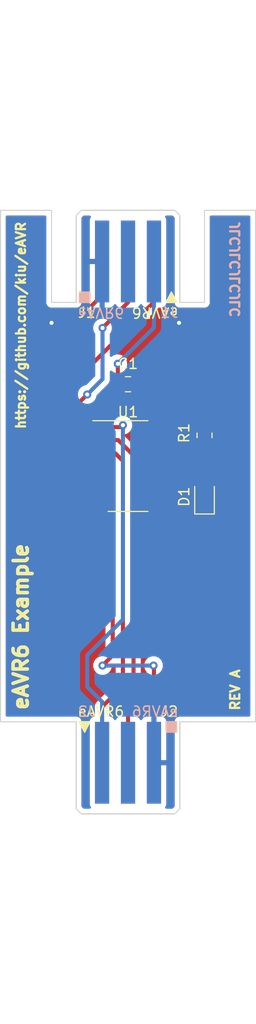
<source format=kicad_pcb>
(kicad_pcb (version 20211014) (generator pcbnew)
  (title_block (title "eAVR6 Example") (company "Nakamura Labs") (comment 1 "https://github.com/kiu/eAVR"))
  (layers (0 "F.Cu" signal) (31 "B.Cu" signal) (34 "B.Paste" user) (35 "F.Paste" user) (36 "B.SilkS" user "B.Silkscreen") (37 "F.SilkS" user "F.Silkscreen") (38 "B.Mask" user) (39 "F.Mask" user) (44 "Edge.Cuts" user))
  (net 0 "")
  (net 1 "+5V")
  (net 2 "GND")
  (net 3 "Net-(D1-Pad2)")
  (net 4 "Net-(J1-Pad1)")
  (net 5 "Net-(J1-Pad3)")
  (net 7 "Net-(J1-Pad5)")
  (net 8 "Net-(R1-Pad1)")
  (footprint "eAVR:eAVR6" (layer "F.Cu") (at 54 47 180)
    (fp_text reference "J1" (at 5 -10) (layer "F.SilkS") (effects (justify left)))
    (fp_text value "AVR-TPI-6" hide)
    (fp_text user "${REFERENCE}" (at -5 -10) (layer "B.SilkS") (effects (justify left mirror)))
    (fp_text user "eAVR6" (at 5 -10 180 unlocked) (layer "B.SilkS") (effects (justify left mirror)))
    (fp_text user "eAVR6" (at -5 -10 180 unlocked) (layer "F.SilkS") (effects (justify left)))
    (fp_rect (start 3.75 -9) (end 4.75 -8) (layer "B.SilkS") (width 0.15) (fill solid))
    (fp_poly (pts (xy -4.25 -8) (xy -3.75 -9) (xy -4.75 -9)) (layer "F.SilkS") (width 0.15) (fill solid))
    (fp_line (start -5.08 -9) (end -5.08 -0.5) (layer "Edge.Cuts") (width 0.12))
    (fp_line (start -4.58 0) (end 4.58 0) (layer "Edge.Cuts") (width 0.12))
    (fp_line (start 5.08 -0.5) (end 4.58 0) (layer "Edge.Cuts") (width 0.12))
    (fp_line (start 5.08 -9) (end 5.08 -0.5) (layer "Edge.Cuts") (width 0.12))
    (fp_line (start -5.08 -0.5) (end -4.58 0) (layer "Edge.Cuts") (width 0.12))
    (pad "1" connect rect (at -2.54 -5 180) (size 1.4 8) (layers "F.Cu" "F.Mask") (net 4 "Net-(J1-Pad1)"))
    (pad "2" connect rect (at -2.54 -5 180) (size 1.4 8) (layers "B.Cu" "B.Mask") (net 1 "+5V"))
    (pad "3" connect rect (at 0 -5 180) (size 1.4 8) (layers "F.Cu" "F.Mask") (net 5 "Net-(J1-Pad3)"))
    (pad "4" connect rect (at 0 -5 180) (size 1.4 8) (layers "B.Cu" "B.Mask"))
    (pad "5" connect rect (at 2.54 -5 180) (size 1.4 8) (layers "F.Cu" "F.Mask") (net 7 "Net-(J1-Pad5)"))
    (pad "6" connect rect (at 2.54 -5 180) (size 1.4 8) (layers "B.Cu" "B.Mask") (net 2 "GND"))
  )
  (footprint "eAVR:eAVR6" (layer "F.Cu") (at 54 106)
    (fp_text reference "J2" (at 5 -10) (layer "F.SilkS") (effects (justify right)))
    (fp_text value "AVR-TPI-6" hide)
    (fp_text user "${REFERENCE}" (at -5 -10) (layer "B.SilkS") (effects (justify right mirror)))
    (fp_text user "eAVR6" (at 5 -10 unlocked) (layer "B.SilkS") (effects (justify left mirror)))
    (fp_text user "eAVR6" (at -5 -10 unlocked) (layer "F.SilkS") (effects (justify left)))
    (fp_rect (start 3.75 -9) (end 4.75 -8) (layer "B.SilkS") (width 0.15) (fill solid))
    (fp_poly (pts (xy -4.25 -8) (xy -3.75 -9) (xy -4.75 -9)) (layer "F.SilkS") (width 0.15) (fill solid))
    (fp_line (start -5.08 -9) (end -5.08 -0.5) (layer "Edge.Cuts") (width 0.12))
    (fp_line (start 5.08 -9) (end 5.08 -0.5) (layer "Edge.Cuts") (width 0.12))
    (fp_line (start -5.08 -0.5) (end -4.58 0) (layer "Edge.Cuts") (width 0.12))
    (fp_line (start -4.58 0) (end 4.58 0) (layer "Edge.Cuts") (width 0.12))
    (fp_line (start 5.08 -0.5) (end 4.58 0) (layer "Edge.Cuts") (width 0.12))
    (pad "1" connect rect (at -2.54 -5) (size 1.4 8) (layers "F.Cu" "F.Mask") (net 4 "Net-(J1-Pad1)"))
    (pad "2" connect rect (at -2.54 -5) (size 1.4 8) (layers "B.Cu" "B.Mask") (net 1 "+5V"))
    (pad "3" connect rect (at 0 -5) (size 1.4 8) (layers "F.Cu" "F.Mask") (net 5 "Net-(J1-Pad3)"))
    (pad "4" connect rect (at 0 -5) (size 1.4 8) (layers "B.Cu" "B.Mask"))
    (pad "5" connect rect (at 2.54 -5) (size 1.4 8) (layers "F.Cu" "F.Mask") (net 7 "Net-(J1-Pad5)"))
    (pad "6" connect rect (at 2.54 -5) (size 1.4 8) (layers "B.Cu" "B.Mask") (net 2 "GND"))
  )
  (footprint "LED_SMD:LED_0805_2012Metric" (layer "F.Cu") (at 61.5 75 90)
    (fp_text reference "D1" (at 0 -2 90) (layer "F.SilkS"))
    (fp_text value "LED")
    (fp_line (start 1 -0.96) (end -1.685 -0.96) (layer "F.SilkS") (width 0.12))
    (fp_line (start -1.685 0.96) (end 1 0.96) (layer "F.SilkS") (width 0.12))
    (fp_line (start -1.685 -0.96) (end -1.685 0.96) (layer "F.SilkS") (width 0.12))
    (pad "1" smd roundrect locked (at -0.9375 0 90) (size 0.975 1.4) (layers "F.Cu" "F.Paste" "F.Mask") (net 2 "GND"))
    (pad "2" smd roundrect locked (at 0.9375 0 90) (size 0.975 1.4) (layers "F.Cu" "F.Paste" "F.Mask") (net 3 "Net-(D1-Pad2)"))
  )
  (footprint "Resistor_SMD:R_0805_2012Metric" (layer "F.Cu") (at 61.5 69 -90)
    (fp_text reference "R1" (at -0.227064 2 90) (layer "F.SilkS"))
    (fp_text value "R")
    (fp_line (start -0.227064 -0.735) (end 0.227064 -0.735) (layer "F.SilkS") (width 0.12))
    (fp_line (start -0.227064 0.735) (end 0.227064 0.735) (layer "F.SilkS") (width 0.12))
    (pad "1" smd roundrect locked (at -0.9125 0 270) (size 1.025 1.4) (layers "F.Cu" "F.Paste" "F.Mask") (roundrect_rratio 0.243902) (net 8 "Net-(R1-Pad1)"))
    (pad "2" smd roundrect locked (at 0.9125 0 270) (size 1.025 1.4) (layers "F.Cu" "F.Paste" "F.Mask") (roundrect_rratio 0.243902) (net 3 "Net-(D1-Pad2)"))
  )
  (footprint "Capacitor_SMD:C_0805_2012Metric" (layer "F.Cu") (at 54 64)
    (fp_text reference "C1" (at 0 -2) (layer "F.SilkS"))
    (fp_text value "100nF")
    (fp_line (start -0.261252 -0.735) (end 0.261252 -0.735) (layer "F.SilkS") (width 0.12))
    (fp_line (start -0.261252 0.735) (end 0.261252 0.735) (layer "F.SilkS") (width 0.12))
    (pad "1" smd roundrect locked (at -0.95 0) (size 1 1.45) (layers "F.Cu" "F.Paste" "F.Mask") (net 1 "+5V"))
    (pad "2" smd roundrect locked (at 0.95 0) (size 1 1.45) (layers "F.Cu" "F.Paste" "F.Mask") (net 2 "GND"))
  )
  (footprint "Package_SO:SOIC-14_3.9x8.7mm_P1.27mm" (layer "F.Cu") (at 54 72)
    (fp_text reference "U1" (at 0 -5.28) (layer "F.SilkS"))
    (fp_text value "ATtiny20-SS")
    (fp_line (start 0 4.435) (end -1.95 4.435) (layer "F.SilkS") (width 0.12))
    (fp_line (start 0 4.435) (end 1.95 4.435) (layer "F.SilkS") (width 0.12))
    (fp_line (start 0 -4.435) (end 1.95 -4.435) (layer "F.SilkS") (width 0.12))
    (fp_line (start 0 -4.435) (end -3.45 -4.435) (layer "F.SilkS") (width 0.12))
    (pad "1" smd roundrect locked (at -2.475 -3.81) (size 1.95 0.6) (layers "F.Cu" "F.Paste" "F.Mask") (net 1 "+5V"))
    (pad "2" smd roundrect locked (at -2.475 -2.54) (size 1.95 0.6) (layers "F.Cu" "F.Paste" "F.Mask") (net 5 "Net-(J1-Pad3)"))
    (pad "3" smd roundrect locked (at -2.475 -1.27) (size 1.95 0.6) (layers "F.Cu" "F.Paste" "F.Mask") (net 4 "Net-(J1-Pad1)"))
    (pad "4" smd roundrect locked (at -2.475 0) (size 1.95 0.6) (layers "F.Cu" "F.Paste" "F.Mask") (net 7 "Net-(J1-Pad5)"))
    (pad "5" smd roundrect locked (at -2.475 1.27) (size 1.95 0.6) (layers "F.Cu" "F.Paste" "F.Mask"))
    (pad "6" smd roundrect locked (at -2.475 2.54) (size 1.95 0.6) (layers "F.Cu" "F.Paste" "F.Mask"))
    (pad "7" smd roundrect locked (at -2.475 3.81) (size 1.95 0.6) (layers "F.Cu" "F.Paste" "F.Mask"))
    (pad "8" smd roundrect locked (at 2.475 3.81) (size 1.95 0.6) (layers "F.Cu" "F.Paste" "F.Mask"))
    (pad "9" smd roundrect locked (at 2.475 2.54) (size 1.95 0.6) (layers "F.Cu" "F.Paste" "F.Mask"))
    (pad "10" smd roundrect locked (at 2.475 1.27) (size 1.95 0.6) (layers "F.Cu" "F.Paste" "F.Mask"))
    (pad "11" smd roundrect locked (at 2.475 0) (size 1.95 0.6) (layers "F.Cu" "F.Paste" "F.Mask"))
    (pad "12" smd roundrect locked (at 2.475 -1.27) (size 1.95 0.6) (layers "F.Cu" "F.Paste" "F.Mask"))
    (pad "13" smd roundrect locked (at 2.475 -2.54) (size 1.95 0.6) (layers "F.Cu" "F.Paste" "F.Mask") (net 8 "Net-(R1-Pad1)"))
    (pad "14" smd roundrect locked (at 2.475 -3.81) (size 1.95 0.6) (layers "F.Cu" "F.Paste" "F.Mask") (net 2 "GND"))
  )
  (gr_line (start 41.5 97) (end 41.5 47) (layer "Edge.Cuts") (width 0.1))
  (gr_line (start 46.5 47) (end 41.5 47) (layer "Edge.Cuts") (width 0.1))
  (gr_line (start 61.5 56) (end 59.08 56) (layer "Edge.Cuts") (width 0.1))
  (gr_line (start 48.92 56) (end 46.5 56) (layer "Edge.Cuts") (width 0.1))
  (gr_line (start 48.92 97) (end 41.5 97) (layer "Edge.Cuts") (width 0.1))
  (gr_line (start 61.5 47) (end 66.5 47) (layer "Edge.Cuts") (width 0.1))
  (gr_line (start 66.5 47) (end 66.5 97) (layer "Edge.Cuts") (width 0.1))
  (gr_line (start 66.5 97) (end 59.08 97) (layer "Edge.Cuts") (width 0.1))
  (gr_line (start 46.5 56) (end 46.5 47) (layer "Edge.Cuts") (width 0.1))
  (gr_line (start 61.5 47) (end 61.5 56) (layer "Edge.Cuts") (width 0.1))
  (gr_text "JLCJLCJLCJLC" (at 64.5 48 90) (layer "B.SilkS") (effects (font (size 0.9 0.9) (thickness 0.225)) (justify left mirror)))
  (gr_text "eAVR6 Example" (at 43.5 96 90) (layer "F.SilkS") (effects (font (size 1.4 1.4) (thickness 0.35)) (justify left)))
  (gr_text "REV A" (at 64.5 96 90) (layer "F.SilkS") (effects (font (size 0.9 0.9) (thickness 0.225)) (justify left)))
  (gr_text "https://github.com/kiu/eAVR" (at 43.5 48 90) (layer "F.SilkS") (effects (font (size 0.9 0.9) (thickness 0.225)) (justify right)))
  (segment (start 51.525 68.19) (end 51.525 65.525) (width 0.4) (layer "F.Cu") (net 1))
  (segment (start 53 62) (end 53 63.95) (width 0.4) (layer "F.Cu") (net 1))
  (segment (start 53.31 68.19) (end 53.5 68) (width 0.4) (layer "F.Cu") (net 1))
  (segment (start 51.525 65.525) (end 53.05 64) (width 0.4) (layer "F.Cu") (net 1))
  (segment (start 51.525 68.19) (end 53.31 68.19) (width 0.4) (layer "F.Cu") (net 1))
  (segment (start 53 63.95) (end 53.05 64) (width 0.4) (layer "F.Cu") (net 1))
  (via (at 53 62) (size 0.8) (drill 0.4) (layers "F.Cu" "B.Cu") (net 1))
  (via (at 53.5 68) (size 0.8) (drill 0.4) (layers "F.Cu" "B.Cu") (net 1))
  (segment (start 50 90.5) (end 53.5 87) (width 0.4) (layer "B.Cu") (net 1))
  (segment (start 50 93.58) (end 50 90.5) (width 0.4) (layer "B.Cu") (net 1))
  (segment (start 56.54 58.46) (end 53 62) (width 0.4) (layer "B.Cu") (net 1))
  (segment (start 56.54 52) (end 56.54 58.46) (width 0.4) (layer "B.Cu") (net 1))
  (segment (start 51.46 101) (end 51.46 95.04) (width 0.4) (layer "B.Cu") (net 1))
  (segment (start 53.5 87) (end 53.5 68) (width 0.4) (layer "B.Cu") (net 1))
  (segment (start 51.46 95.04) (end 50 93.58) (width 0.4) (layer "B.Cu") (net 1))
  (via (at 59 58) (size 0.8) (drill 0.4) (layers "F.Cu" "B.Cu") (net 2))
  (via (at 46.5 58) (size 0.8) (drill 0.4) (layers "F.Cu" "B.Cu") (net 2))
  (segment (start 61.5 74.0625) (end 61.5 69.9125) (width 0.4) (layer "F.Cu") (net 3))
  (segment (start 53.5 93.5) (end 51.46 95.54) (width 0.4) (layer "F.Cu") (net 4))
  (segment (start 51.46 95.54) (end 51.46 101) (width 0.4) (layer "F.Cu") (net 4))
  (segment (start 56.54 52) (end 56.54 55.96) (width 0.4) (layer "F.Cu") (net 4))
  (segment (start 56.54 55.96) (end 48 64.5) (width 0.4) (layer "F.Cu") (net 4))
  (segment (start 51.525 70.73) (end 52.73 70.73) (width 0.4) (layer "F.Cu") (net 4))
  (segment (start 53.5 71.5) (end 53.5 93.5) (width 0.4) (layer "F.Cu") (net 4))
  (segment (start 48 69.5) (end 49.23 70.73) (width 0.4) (layer "F.Cu") (net 4))
  (segment (start 49.23 70.73) (end 51.525 70.73) (width 0.4) (layer "F.Cu") (net 4))
  (segment (start 48 64.5) (end 48 69.5) (width 0.4) (layer "F.Cu") (net 4))
  (segment (start 52.73 70.73) (end 53.5 71.5) (width 0.4) (layer "F.Cu") (net 4))
  (segment (start 49 66) (end 49 69) (width 0.4) (layer "F.Cu") (net 5))
  (segment (start 54 52) (end 54 56) (width 0.4) (layer "F.Cu") (net 5))
  (segment (start 49.46 69.46) (end 51.525 69.46) (width 0.4) (layer "F.Cu") (net 5))
  (segment (start 54.54 94.96) (end 54 95.5) (width 0.4) (layer "F.Cu") (net 5))
  (segment (start 51.525 69.46) (end 53.04 69.46) (width 0.4) (layer "F.Cu") (net 5))
  (segment (start 50 65) (end 49 66) (width 0.4) (layer "F.Cu") (net 5))
  (segment (start 54 56) (end 51.5 58.5) (width 0.4) (layer "F.Cu") (net 5))
  (segment (start 53.04 69.46) (end 54.54 70.96) (width 0.4) (layer "F.Cu") (net 5))
  (segment (start 54.54 70.96) (end 54.54 94.96) (width 0.4) (layer "F.Cu") (net 5))
  (segment (start 54 95.5) (end 54 101) (width 0.4) (layer "F.Cu") (net 5))
  (segment (start 49 69) (end 49.46 69.46) (width 0.4) (layer "F.Cu") (net 5))
  (via (at 51.5 58.5) (size 0.8) (drill 0.4) (layers "F.Cu" "B.Cu") (net 5))
  (via (at 50 65) (size 0.8) (drill 0.4) (layers "F.Cu" "B.Cu") (net 5))
  (segment (start 51.5 58.5) (end 51.5 63) (width 0.4) (layer "B.Cu") (net 5))
  (segment (start 51.5 63.5) (end 50 65) (width 0.4) (layer "B.Cu") (net 5))
  (segment (start 51.5 63) (end 51.5 63.5) (width 0.4) (layer "B.Cu") (net 5))
  (segment (start 49.5 57.26) (end 49.5 61) (width 0.4) (layer "F.Cu") (net 7))
  (segment (start 50 78) (end 51.5 78) (width 0.4) (layer "F.Cu") (net 7))
  (segment (start 49 72) (end 49.5 72.5) (width 0.4) (layer "F.Cu") (net 7))
  (segment (start 56.54 91.54) (end 56.5 91.5) (width 0.4) (layer "F.Cu") (net 7))
  (segment (start 52.5 90.5) (end 51.5 91.5) (width 0.4) (layer "F.Cu") (net 7))
  (segment (start 49 72) (end 51.525 72) (width 0.4) (layer "F.Cu") (net 7))
  (segment (start 51.5 78) (end 52.5 79) (width 0.4) (layer "F.Cu") (net 7))
  (segment (start 52.5 79) (end 52.5 90.5) (width 0.4) (layer "F.Cu") (net 7))
  (segment (start 49.5 77.5) (end 50 78) (width 0.4) (layer "F.Cu") (net 7))
  (segment (start 47 63.5) (end 47 71.5) (width 0.4) (layer "F.Cu") (net 7))
  (segment (start 47.5 72) (end 49 72) (width 0.4) (layer "F.Cu") (net 7))
  (segment (start 49.5 72.5) (end 49.5 77.5) (width 0.4) (layer "F.Cu") (net 7))
  (segment (start 47 71.5) (end 47.5 72) (width 0.4) (layer "F.Cu") (net 7))
  (segment (start 51.46 55.3) (end 49.5 57.26) (width 0.4) (layer "F.Cu") (net 7))
  (segment (start 56.54 101) (end 56.54 91.54) (width 0.4) (layer "F.Cu") (net 7))
  (segment (start 51.46 52) (end 51.46 55.3) (width 0.4) (layer "F.Cu") (net 7))
  (segment (start 49.5 61) (end 47 63.5) (width 0.4) (layer "F.Cu") (net 7))
  (via (at 56.5 91.5) (size 0.8) (drill 0.4) (layers "F.Cu" "B.Cu") (net 7))
  (via (at 51.5 91.5) (size 0.8) (drill 0.4) (layers "F.Cu" "B.Cu") (net 7))
  (segment (start 56.5 91.5) (end 51.5 91.5) (width 0.4) (layer "B.Cu") (net 7))
  (segment (start 61.4125 68) (end 61.5 68.0875) (width 0.4) (layer "F.Cu") (net 8))
  (segment (start 58.04 69.46) (end 59.5 68) (width 0.4) (layer "F.Cu") (net 8))
  (segment (start 59.5 68) (end 61.4125 68) (width 0.4) (layer "F.Cu") (net 8))
  (segment (start 56.475 69.46) (end 58.04 69.46) (width 0.4) (layer "F.Cu") (net 8))
  (zone (net 2) (net_name "GND") (layers F&B.Cu) (connect_pads (clearance 0.508)) (min_thickness 0.254) (fill yes (thermal_gap 0.508) (thermal_bridge_width 0.508))
    (polygon (pts (xy 66.5 97) (xy 59 97) (xy 59 106) (xy 49 106) (xy 49 97) (xy 41.5 97) (xy 41.5 47) (xy 66.5 47)))
  )
)
</source>
